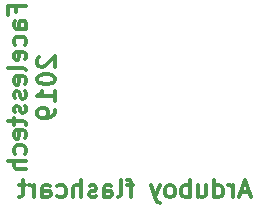
<source format=gbr>
G04 #@! TF.GenerationSoftware,KiCad,Pcbnew,5.0.2+dfsg1-1~bpo9+1*
G04 #@! TF.CreationDate,2019-05-22T19:19:29+01:00*
G04 #@! TF.ProjectId,arduboy_flashcart,61726475-626f-4795-9f66-6c6173686361,rev?*
G04 #@! TF.SameCoordinates,Original*
G04 #@! TF.FileFunction,Legend,Bot*
G04 #@! TF.FilePolarity,Positive*
%FSLAX46Y46*%
G04 Gerber Fmt 4.6, Leading zero omitted, Abs format (unit mm)*
G04 Created by KiCad (PCBNEW 5.0.2+dfsg1-1~bpo9+1) date Wed 22 May 2019 19:19:29 BST*
%MOMM*%
%LPD*%
G01*
G04 APERTURE LIST*
%ADD10C,0.300000*%
G04 APERTURE END LIST*
D10*
X108871628Y-47872971D02*
X108800200Y-47944400D01*
X108728771Y-48087257D01*
X108728771Y-48444400D01*
X108800200Y-48587257D01*
X108871628Y-48658685D01*
X109014485Y-48730114D01*
X109157342Y-48730114D01*
X109371628Y-48658685D01*
X110228771Y-47801542D01*
X110228771Y-48730114D01*
X108728771Y-49658685D02*
X108728771Y-49801542D01*
X108800200Y-49944400D01*
X108871628Y-50015828D01*
X109014485Y-50087257D01*
X109300200Y-50158685D01*
X109657342Y-50158685D01*
X109943057Y-50087257D01*
X110085914Y-50015828D01*
X110157342Y-49944400D01*
X110228771Y-49801542D01*
X110228771Y-49658685D01*
X110157342Y-49515828D01*
X110085914Y-49444400D01*
X109943057Y-49372971D01*
X109657342Y-49301542D01*
X109300200Y-49301542D01*
X109014485Y-49372971D01*
X108871628Y-49444400D01*
X108800200Y-49515828D01*
X108728771Y-49658685D01*
X110228771Y-51587257D02*
X110228771Y-50730114D01*
X110228771Y-51158685D02*
X108728771Y-51158685D01*
X108943057Y-51015828D01*
X109085914Y-50872971D01*
X109157342Y-50730114D01*
X110228771Y-52301542D02*
X110228771Y-52587257D01*
X110157342Y-52730114D01*
X110085914Y-52801542D01*
X109871628Y-52944400D01*
X109585914Y-53015828D01*
X109014485Y-53015828D01*
X108871628Y-52944400D01*
X108800200Y-52872971D01*
X108728771Y-52730114D01*
X108728771Y-52444400D01*
X108800200Y-52301542D01*
X108871628Y-52230114D01*
X109014485Y-52158685D01*
X109371628Y-52158685D01*
X109514485Y-52230114D01*
X109585914Y-52301542D01*
X109657342Y-52444400D01*
X109657342Y-52730114D01*
X109585914Y-52872971D01*
X109514485Y-52944400D01*
X109371628Y-53015828D01*
X106953857Y-44051542D02*
X106953857Y-43551542D01*
X107739571Y-43551542D02*
X106239571Y-43551542D01*
X106239571Y-44265828D01*
X107739571Y-45480114D02*
X106953857Y-45480114D01*
X106811000Y-45408685D01*
X106739571Y-45265828D01*
X106739571Y-44980114D01*
X106811000Y-44837257D01*
X107668142Y-45480114D02*
X107739571Y-45337257D01*
X107739571Y-44980114D01*
X107668142Y-44837257D01*
X107525285Y-44765828D01*
X107382428Y-44765828D01*
X107239571Y-44837257D01*
X107168142Y-44980114D01*
X107168142Y-45337257D01*
X107096714Y-45480114D01*
X107668142Y-46837257D02*
X107739571Y-46694400D01*
X107739571Y-46408685D01*
X107668142Y-46265828D01*
X107596714Y-46194400D01*
X107453857Y-46122971D01*
X107025285Y-46122971D01*
X106882428Y-46194400D01*
X106811000Y-46265828D01*
X106739571Y-46408685D01*
X106739571Y-46694400D01*
X106811000Y-46837257D01*
X107668142Y-48051542D02*
X107739571Y-47908685D01*
X107739571Y-47622971D01*
X107668142Y-47480114D01*
X107525285Y-47408685D01*
X106953857Y-47408685D01*
X106811000Y-47480114D01*
X106739571Y-47622971D01*
X106739571Y-47908685D01*
X106811000Y-48051542D01*
X106953857Y-48122971D01*
X107096714Y-48122971D01*
X107239571Y-47408685D01*
X107739571Y-48980114D02*
X107668142Y-48837257D01*
X107525285Y-48765828D01*
X106239571Y-48765828D01*
X107668142Y-50122971D02*
X107739571Y-49980114D01*
X107739571Y-49694400D01*
X107668142Y-49551542D01*
X107525285Y-49480114D01*
X106953857Y-49480114D01*
X106811000Y-49551542D01*
X106739571Y-49694400D01*
X106739571Y-49980114D01*
X106811000Y-50122971D01*
X106953857Y-50194400D01*
X107096714Y-50194400D01*
X107239571Y-49480114D01*
X107668142Y-50765828D02*
X107739571Y-50908685D01*
X107739571Y-51194400D01*
X107668142Y-51337257D01*
X107525285Y-51408685D01*
X107453857Y-51408685D01*
X107311000Y-51337257D01*
X107239571Y-51194400D01*
X107239571Y-50980114D01*
X107168142Y-50837257D01*
X107025285Y-50765828D01*
X106953857Y-50765828D01*
X106811000Y-50837257D01*
X106739571Y-50980114D01*
X106739571Y-51194400D01*
X106811000Y-51337257D01*
X107668142Y-51980114D02*
X107739571Y-52122971D01*
X107739571Y-52408685D01*
X107668142Y-52551542D01*
X107525285Y-52622971D01*
X107453857Y-52622971D01*
X107311000Y-52551542D01*
X107239571Y-52408685D01*
X107239571Y-52194400D01*
X107168142Y-52051542D01*
X107025285Y-51980114D01*
X106953857Y-51980114D01*
X106811000Y-52051542D01*
X106739571Y-52194400D01*
X106739571Y-52408685D01*
X106811000Y-52551542D01*
X106739571Y-53051542D02*
X106739571Y-53622971D01*
X106239571Y-53265828D02*
X107525285Y-53265828D01*
X107668142Y-53337257D01*
X107739571Y-53480114D01*
X107739571Y-53622971D01*
X107668142Y-54694400D02*
X107739571Y-54551542D01*
X107739571Y-54265828D01*
X107668142Y-54122971D01*
X107525285Y-54051542D01*
X106953857Y-54051542D01*
X106811000Y-54122971D01*
X106739571Y-54265828D01*
X106739571Y-54551542D01*
X106811000Y-54694400D01*
X106953857Y-54765828D01*
X107096714Y-54765828D01*
X107239571Y-54051542D01*
X107668142Y-56051542D02*
X107739571Y-55908685D01*
X107739571Y-55622971D01*
X107668142Y-55480114D01*
X107596714Y-55408685D01*
X107453857Y-55337257D01*
X107025285Y-55337257D01*
X106882428Y-55408685D01*
X106811000Y-55480114D01*
X106739571Y-55622971D01*
X106739571Y-55908685D01*
X106811000Y-56051542D01*
X107739571Y-56694400D02*
X106239571Y-56694400D01*
X107739571Y-57337257D02*
X106953857Y-57337257D01*
X106811000Y-57265828D01*
X106739571Y-57122971D01*
X106739571Y-56908685D01*
X106811000Y-56765828D01*
X106882428Y-56694400D01*
X126645571Y-59305000D02*
X125931285Y-59305000D01*
X126788428Y-59733571D02*
X126288428Y-58233571D01*
X125788428Y-59733571D01*
X125288428Y-59733571D02*
X125288428Y-58733571D01*
X125288428Y-59019285D02*
X125217000Y-58876428D01*
X125145571Y-58805000D01*
X125002714Y-58733571D01*
X124859857Y-58733571D01*
X123717000Y-59733571D02*
X123717000Y-58233571D01*
X123717000Y-59662142D02*
X123859857Y-59733571D01*
X124145571Y-59733571D01*
X124288428Y-59662142D01*
X124359857Y-59590714D01*
X124431285Y-59447857D01*
X124431285Y-59019285D01*
X124359857Y-58876428D01*
X124288428Y-58805000D01*
X124145571Y-58733571D01*
X123859857Y-58733571D01*
X123717000Y-58805000D01*
X122359857Y-58733571D02*
X122359857Y-59733571D01*
X123002714Y-58733571D02*
X123002714Y-59519285D01*
X122931285Y-59662142D01*
X122788428Y-59733571D01*
X122574142Y-59733571D01*
X122431285Y-59662142D01*
X122359857Y-59590714D01*
X121645571Y-59733571D02*
X121645571Y-58233571D01*
X121645571Y-58805000D02*
X121502714Y-58733571D01*
X121217000Y-58733571D01*
X121074142Y-58805000D01*
X121002714Y-58876428D01*
X120931285Y-59019285D01*
X120931285Y-59447857D01*
X121002714Y-59590714D01*
X121074142Y-59662142D01*
X121217000Y-59733571D01*
X121502714Y-59733571D01*
X121645571Y-59662142D01*
X120074142Y-59733571D02*
X120217000Y-59662142D01*
X120288428Y-59590714D01*
X120359857Y-59447857D01*
X120359857Y-59019285D01*
X120288428Y-58876428D01*
X120217000Y-58805000D01*
X120074142Y-58733571D01*
X119859857Y-58733571D01*
X119717000Y-58805000D01*
X119645571Y-58876428D01*
X119574142Y-59019285D01*
X119574142Y-59447857D01*
X119645571Y-59590714D01*
X119717000Y-59662142D01*
X119859857Y-59733571D01*
X120074142Y-59733571D01*
X119074142Y-58733571D02*
X118717000Y-59733571D01*
X118359857Y-58733571D02*
X118717000Y-59733571D01*
X118859857Y-60090714D01*
X118931285Y-60162142D01*
X119074142Y-60233571D01*
X116859857Y-58733571D02*
X116288428Y-58733571D01*
X116645571Y-59733571D02*
X116645571Y-58447857D01*
X116574142Y-58305000D01*
X116431285Y-58233571D01*
X116288428Y-58233571D01*
X115574142Y-59733571D02*
X115717000Y-59662142D01*
X115788428Y-59519285D01*
X115788428Y-58233571D01*
X114359857Y-59733571D02*
X114359857Y-58947857D01*
X114431285Y-58805000D01*
X114574142Y-58733571D01*
X114859857Y-58733571D01*
X115002714Y-58805000D01*
X114359857Y-59662142D02*
X114502714Y-59733571D01*
X114859857Y-59733571D01*
X115002714Y-59662142D01*
X115074142Y-59519285D01*
X115074142Y-59376428D01*
X115002714Y-59233571D01*
X114859857Y-59162142D01*
X114502714Y-59162142D01*
X114359857Y-59090714D01*
X113717000Y-59662142D02*
X113574142Y-59733571D01*
X113288428Y-59733571D01*
X113145571Y-59662142D01*
X113074142Y-59519285D01*
X113074142Y-59447857D01*
X113145571Y-59305000D01*
X113288428Y-59233571D01*
X113502714Y-59233571D01*
X113645571Y-59162142D01*
X113717000Y-59019285D01*
X113717000Y-58947857D01*
X113645571Y-58805000D01*
X113502714Y-58733571D01*
X113288428Y-58733571D01*
X113145571Y-58805000D01*
X112431285Y-59733571D02*
X112431285Y-58233571D01*
X111788428Y-59733571D02*
X111788428Y-58947857D01*
X111859857Y-58805000D01*
X112002714Y-58733571D01*
X112217000Y-58733571D01*
X112359857Y-58805000D01*
X112431285Y-58876428D01*
X110431285Y-59662142D02*
X110574142Y-59733571D01*
X110859857Y-59733571D01*
X111002714Y-59662142D01*
X111074142Y-59590714D01*
X111145571Y-59447857D01*
X111145571Y-59019285D01*
X111074142Y-58876428D01*
X111002714Y-58805000D01*
X110859857Y-58733571D01*
X110574142Y-58733571D01*
X110431285Y-58805000D01*
X109145571Y-59733571D02*
X109145571Y-58947857D01*
X109217000Y-58805000D01*
X109359857Y-58733571D01*
X109645571Y-58733571D01*
X109788428Y-58805000D01*
X109145571Y-59662142D02*
X109288428Y-59733571D01*
X109645571Y-59733571D01*
X109788428Y-59662142D01*
X109859857Y-59519285D01*
X109859857Y-59376428D01*
X109788428Y-59233571D01*
X109645571Y-59162142D01*
X109288428Y-59162142D01*
X109145571Y-59090714D01*
X108431285Y-59733571D02*
X108431285Y-58733571D01*
X108431285Y-59019285D02*
X108359857Y-58876428D01*
X108288428Y-58805000D01*
X108145571Y-58733571D01*
X108002714Y-58733571D01*
X107717000Y-58733571D02*
X107145571Y-58733571D01*
X107502714Y-58233571D02*
X107502714Y-59519285D01*
X107431285Y-59662142D01*
X107288428Y-59733571D01*
X107145571Y-59733571D01*
M02*

</source>
